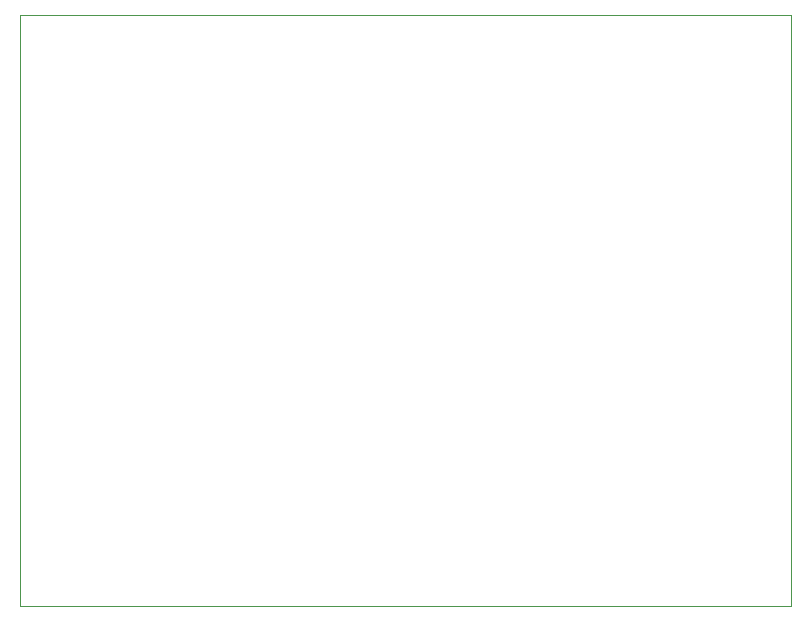
<source format=gko>
G04 (created by PCBNEW (2013-07-07 BZR 4022)-stable) date 16/12/2014 09:46:14*
%MOIN*%
G04 Gerber Fmt 3.4, Leading zero omitted, Abs format*
%FSLAX34Y34*%
G01*
G70*
G90*
G04 APERTURE LIST*
%ADD10C,0.00590551*%
%ADD11C,0.00393701*%
G04 APERTURE END LIST*
G54D10*
G54D11*
X49311Y-40551D02*
X49311Y-20866D01*
X23622Y-20866D02*
X23622Y-39370D01*
X23622Y-20866D02*
X49311Y-20866D01*
X23622Y-40551D02*
X49311Y-40551D01*
X23622Y-39370D02*
X23622Y-40551D01*
M02*

</source>
